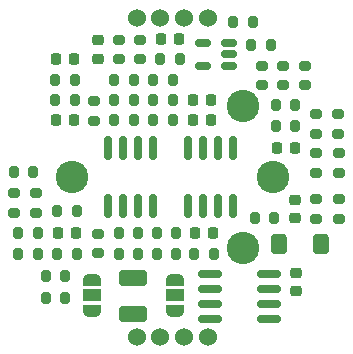
<source format=gbr>
%TF.GenerationSoftware,KiCad,Pcbnew,8.0.4*%
%TF.CreationDate,2024-09-03T19:15:54+05:30*%
%TF.ProjectId,OGS_B4_ISB1,4f47535f-4234-45f4-9953-42312e6b6963,rev?*%
%TF.SameCoordinates,Original*%
%TF.FileFunction,Soldermask,Top*%
%TF.FilePolarity,Negative*%
%FSLAX46Y46*%
G04 Gerber Fmt 4.6, Leading zero omitted, Abs format (unit mm)*
G04 Created by KiCad (PCBNEW 8.0.4) date 2024-09-03 19:15:54*
%MOMM*%
%LPD*%
G01*
G04 APERTURE LIST*
G04 Aperture macros list*
%AMRoundRect*
0 Rectangle with rounded corners*
0 $1 Rounding radius*
0 $2 $3 $4 $5 $6 $7 $8 $9 X,Y pos of 4 corners*
0 Add a 4 corners polygon primitive as box body*
4,1,4,$2,$3,$4,$5,$6,$7,$8,$9,$2,$3,0*
0 Add four circle primitives for the rounded corners*
1,1,$1+$1,$2,$3*
1,1,$1+$1,$4,$5*
1,1,$1+$1,$6,$7*
1,1,$1+$1,$8,$9*
0 Add four rect primitives between the rounded corners*
20,1,$1+$1,$2,$3,$4,$5,0*
20,1,$1+$1,$4,$5,$6,$7,0*
20,1,$1+$1,$6,$7,$8,$9,0*
20,1,$1+$1,$8,$9,$2,$3,0*%
%AMFreePoly0*
4,1,19,0.550000,-0.750000,0.000000,-0.750000,0.000000,-0.744911,-0.071157,-0.744911,-0.207708,-0.704816,-0.327430,-0.627875,-0.420627,-0.520320,-0.479746,-0.390866,-0.500000,-0.250000,-0.500000,0.250000,-0.479746,0.390866,-0.420627,0.520320,-0.327430,0.627875,-0.207708,0.704816,-0.071157,0.744911,0.000000,0.744911,0.000000,0.750000,0.550000,0.750000,0.550000,-0.750000,0.550000,-0.750000,
$1*%
%AMFreePoly1*
4,1,19,0.000000,0.744911,0.071157,0.744911,0.207708,0.704816,0.327430,0.627875,0.420627,0.520320,0.479746,0.390866,0.500000,0.250000,0.500000,-0.250000,0.479746,-0.390866,0.420627,-0.520320,0.327430,-0.627875,0.207708,-0.704816,0.071157,-0.744911,0.000000,-0.744911,0.000000,-0.750000,-0.550000,-0.750000,-0.550000,0.750000,0.000000,0.750000,0.000000,0.744911,0.000000,0.744911,
$1*%
G04 Aperture macros list end*
%ADD10RoundRect,0.225000X-0.225000X-0.250000X0.225000X-0.250000X0.225000X0.250000X-0.225000X0.250000X0*%
%ADD11RoundRect,0.200000X-0.200000X-0.275000X0.200000X-0.275000X0.200000X0.275000X-0.200000X0.275000X0*%
%ADD12RoundRect,0.200000X0.200000X0.275000X-0.200000X0.275000X-0.200000X-0.275000X0.200000X-0.275000X0*%
%ADD13RoundRect,0.200000X-0.275000X0.200000X-0.275000X-0.200000X0.275000X-0.200000X0.275000X0.200000X0*%
%ADD14RoundRect,0.200000X0.275000X-0.200000X0.275000X0.200000X-0.275000X0.200000X-0.275000X-0.200000X0*%
%ADD15RoundRect,0.150000X0.150000X-0.825000X0.150000X0.825000X-0.150000X0.825000X-0.150000X-0.825000X0*%
%ADD16RoundRect,0.225000X-0.250000X0.225000X-0.250000X-0.225000X0.250000X-0.225000X0.250000X0.225000X0*%
%ADD17RoundRect,0.250000X0.925000X-0.412500X0.925000X0.412500X-0.925000X0.412500X-0.925000X-0.412500X0*%
%ADD18FreePoly0,270.000000*%
%ADD19R,1.500000X1.000000*%
%ADD20FreePoly1,270.000000*%
%ADD21RoundRect,0.150000X0.512500X0.150000X-0.512500X0.150000X-0.512500X-0.150000X0.512500X-0.150000X0*%
%ADD22RoundRect,0.250000X0.400000X0.600000X-0.400000X0.600000X-0.400000X-0.600000X0.400000X-0.600000X0*%
%ADD23RoundRect,0.150000X0.825000X0.150000X-0.825000X0.150000X-0.825000X-0.150000X0.825000X-0.150000X0*%
%ADD24C,1.524000*%
%ADD25C,2.750000*%
G04 APERTURE END LIST*
D10*
%TO.C,C8*%
X1725000Y4800000D03*
X3275000Y4800000D03*
%TD*%
D11*
%TO.C,R24*%
X-9925000Y6500000D03*
X-8275000Y6500000D03*
%TD*%
%TO.C,R17*%
X8775000Y4300000D03*
X10425000Y4300000D03*
%TD*%
D10*
%TO.C,C7*%
X8825000Y2500000D03*
X10375000Y2500000D03*
%TD*%
D12*
%TO.C,R10*%
X-8275000Y8200000D03*
X-9925000Y8200000D03*
%TD*%
D10*
%TO.C,C1*%
X-9675000Y-4700000D03*
X-8125000Y-4700000D03*
%TD*%
%TO.C,C11*%
X-9875000Y10000000D03*
X-8325000Y10000000D03*
%TD*%
D13*
%TO.C,R18*%
X-6300000Y-4775000D03*
X-6300000Y-6425000D03*
%TD*%
D14*
%TO.C,R31*%
X-11500000Y-3025000D03*
X-11500000Y-1375000D03*
%TD*%
D15*
%TO.C,U1*%
X-5405000Y-2475000D03*
X-4135000Y-2475000D03*
X-2865000Y-2475000D03*
X-1595000Y-2475000D03*
X-1595000Y2475000D03*
X-2865000Y2475000D03*
X-4135000Y2475000D03*
X-5405000Y2475000D03*
%TD*%
D10*
%TO.C,C12*%
X1925000Y-4700000D03*
X3475000Y-4700000D03*
%TD*%
D11*
%TO.C,R5B0*%
X-13025000Y-4700000D03*
X-11375000Y-4700000D03*
%TD*%
D14*
%TO.C,R32*%
X-13400000Y-3025000D03*
X-13400000Y-1375000D03*
%TD*%
%TO.C,R7A0*%
X9400000Y7775000D03*
X9400000Y9425000D03*
%TD*%
D16*
%TO.C,C3*%
X-6300000Y11575000D03*
X-6300000Y10025000D03*
%TD*%
D15*
%TO.C,U4*%
X1345000Y-2475000D03*
X2615000Y-2475000D03*
X3885000Y-2475000D03*
X5155000Y-2475000D03*
X5155000Y2475000D03*
X3885000Y2475000D03*
X2615000Y2475000D03*
X1345000Y2475000D03*
%TD*%
D12*
%TO.C,R23*%
X25000Y8200000D03*
X-1625000Y8200000D03*
%TD*%
D14*
%TO.C,R1*%
X-4500000Y9975000D03*
X-4500000Y11625000D03*
%TD*%
D11*
%TO.C,R11*%
X-1325000Y-4700000D03*
X325000Y-4700000D03*
%TD*%
D10*
%TO.C,C4*%
X-975000Y11700000D03*
X575000Y11700000D03*
%TD*%
D11*
%TO.C,R26*%
X-4525000Y-4700000D03*
X-2875000Y-4700000D03*
%TD*%
D12*
%TO.C,R4*%
X625000Y10000000D03*
X-1025000Y10000000D03*
%TD*%
D16*
%TO.C,C6*%
X10400000Y-1925000D03*
X10400000Y-3475000D03*
%TD*%
D13*
%TO.C,R3*%
X-2700000Y11625000D03*
X-2700000Y9975000D03*
%TD*%
D14*
%TO.C,R22*%
X-6600000Y4775000D03*
X-6600000Y6425000D03*
%TD*%
D11*
%TO.C,R9*%
X8775000Y6100000D03*
X10425000Y6100000D03*
%TD*%
D17*
%TO.C,C13*%
X-3300000Y-11575000D03*
X-3300000Y-8500000D03*
%TD*%
D11*
%TO.C,R5A0*%
X-13025000Y-6500000D03*
X-11375000Y-6500000D03*
%TD*%
D12*
%TO.C,R25*%
X-9075000Y-8400000D03*
X-10725000Y-8400000D03*
%TD*%
D11*
%TO.C,R7*%
X-13425000Y400000D03*
X-11775000Y400000D03*
%TD*%
%TO.C,R6*%
X-9725000Y-6500000D03*
X-8075000Y-6500000D03*
%TD*%
%TO.C,R19B0*%
X-4925000Y4800000D03*
X-3275000Y4800000D03*
%TD*%
D18*
%TO.C,LK1*%
X-6800000Y-8700000D03*
D19*
X-6800000Y-10000000D03*
D20*
X-6800000Y-11300000D03*
%TD*%
D10*
%TO.C,C2*%
X1725000Y6500000D03*
X3275000Y6500000D03*
%TD*%
D21*
%TO.C,U2*%
X4837500Y9450000D03*
X4837500Y10400000D03*
X4837500Y11350000D03*
X2562500Y11350000D03*
X2562500Y9450000D03*
%TD*%
D12*
%TO.C,R21B0*%
X25000Y6500000D03*
X-1625000Y6500000D03*
%TD*%
D10*
%TO.C,C9*%
X-9875000Y4800000D03*
X-8325000Y4800000D03*
%TD*%
D12*
%TO.C,R20*%
X-3275000Y8200000D03*
X-4925000Y8200000D03*
%TD*%
D13*
%TO.C,R29*%
X11200000Y9425000D03*
X11200000Y7775000D03*
%TD*%
D16*
%TO.C,C5*%
X10500000Y-8125000D03*
X10500000Y-9675000D03*
%TD*%
D13*
%TO.C,R13*%
X12200000Y-1875000D03*
X12200000Y-3525000D03*
%TD*%
D12*
%TO.C,R14*%
X8625000Y-3500000D03*
X6975000Y-3500000D03*
%TD*%
D11*
%TO.C,R28*%
X-4525000Y-6500000D03*
X-2875000Y-6500000D03*
%TD*%
%TO.C,R27*%
X-10725000Y-10200000D03*
X-9075000Y-10200000D03*
%TD*%
D12*
%TO.C,R21*%
X3525000Y-6500000D03*
X1875000Y-6500000D03*
%TD*%
D11*
%TO.C,R6A0*%
X6675000Y11200000D03*
X8325000Y11200000D03*
%TD*%
D18*
%TO.C,LK2*%
X200000Y-8700000D03*
D19*
X200000Y-10000000D03*
D20*
X200000Y-11300000D03*
%TD*%
D11*
%TO.C,R6B0*%
X5175000Y13100000D03*
X6825000Y13100000D03*
%TD*%
D22*
%TO.C,D1*%
X12550000Y-5700000D03*
X9050000Y-5700000D03*
%TD*%
D14*
%TO.C,R12*%
X12200000Y375000D03*
X12200000Y2025000D03*
%TD*%
D13*
%TO.C,R30*%
X12200000Y5325000D03*
X12200000Y3675000D03*
%TD*%
D12*
%TO.C,R21A0*%
X25000Y4800000D03*
X-1625000Y4800000D03*
%TD*%
%TO.C,R19*%
X325000Y-6500000D03*
X-1325000Y-6500000D03*
%TD*%
D14*
%TO.C,R8*%
X14000000Y3675000D03*
X14000000Y5325000D03*
%TD*%
D11*
%TO.C,R19A0*%
X-4925000Y6500000D03*
X-3275000Y6500000D03*
%TD*%
D14*
%TO.C,R15*%
X14100000Y375000D03*
X14100000Y2025000D03*
%TD*%
D13*
%TO.C,R16*%
X14100000Y-1875000D03*
X14100000Y-3525000D03*
%TD*%
D14*
%TO.C,R7B0*%
X7600000Y7775000D03*
X7600000Y9425000D03*
%TD*%
D23*
%TO.C,U3*%
X8175000Y-12005000D03*
X8175000Y-10735000D03*
X8175000Y-9465000D03*
X8175000Y-8195000D03*
X3225000Y-8195000D03*
X3225000Y-9465000D03*
X3225000Y-10735000D03*
X3225000Y-12005000D03*
%TD*%
D12*
%TO.C,R2*%
X-8075000Y-2900000D03*
X-9725000Y-2900000D03*
%TD*%
D24*
%TO.C,U5*%
X3000000Y13500000D03*
X1000000Y13500000D03*
X-1000000Y13500000D03*
X-3000000Y13500000D03*
X3000000Y-13500000D03*
X1000000Y-13500000D03*
X-1000000Y-13500000D03*
X-3000000Y-13500000D03*
%TD*%
D25*
%TO.C,SN1*%
X-8500000Y0D03*
X6010408Y6010408D03*
X8500000Y0D03*
X6010408Y-6010408D03*
%TD*%
M02*

</source>
